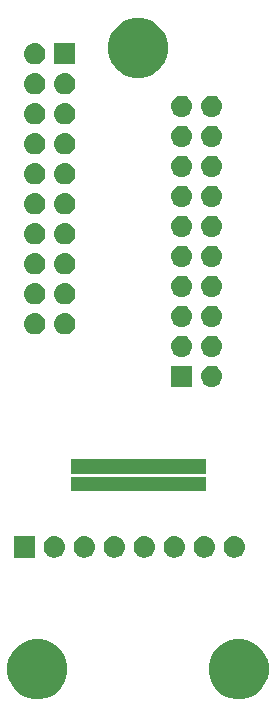
<source format=gbr>
G04 #@! TF.GenerationSoftware,KiCad,Pcbnew,(5.1.2)-1*
G04 #@! TF.CreationDate,2022-05-17T10:22:14-05:00*
G04 #@! TF.ProjectId,jtag_gpio_breakout,6a746167-5f67-4706-996f-5f627265616b,rev?*
G04 #@! TF.SameCoordinates,Original*
G04 #@! TF.FileFunction,Soldermask,Top*
G04 #@! TF.FilePolarity,Negative*
%FSLAX46Y46*%
G04 Gerber Fmt 4.6, Leading zero omitted, Abs format (unit mm)*
G04 Created by KiCad (PCBNEW (5.1.2)-1) date 2022-05-17 10:22:14*
%MOMM*%
%LPD*%
G04 APERTURE LIST*
%ADD10C,0.100000*%
G04 APERTURE END LIST*
D10*
G36*
X150770099Y-144347033D02*
G01*
X151234351Y-144539332D01*
X151234353Y-144539333D01*
X151652169Y-144818509D01*
X152007492Y-145173832D01*
X152286668Y-145591648D01*
X152286669Y-145591650D01*
X152478968Y-146055902D01*
X152577001Y-146548747D01*
X152577001Y-147051253D01*
X152478968Y-147544098D01*
X152286669Y-148008350D01*
X152286668Y-148008352D01*
X152007492Y-148426168D01*
X151652169Y-148781491D01*
X151234353Y-149060667D01*
X151234352Y-149060668D01*
X151234351Y-149060668D01*
X150770099Y-149252967D01*
X150277254Y-149351000D01*
X149774748Y-149351000D01*
X149281903Y-149252967D01*
X148817651Y-149060668D01*
X148817650Y-149060668D01*
X148817649Y-149060667D01*
X148399833Y-148781491D01*
X148044510Y-148426168D01*
X147765334Y-148008352D01*
X147765333Y-148008350D01*
X147573034Y-147544098D01*
X147475001Y-147051253D01*
X147475001Y-146548747D01*
X147573034Y-146055902D01*
X147765333Y-145591650D01*
X147765334Y-145591648D01*
X148044510Y-145173832D01*
X148399833Y-144818509D01*
X148817649Y-144539333D01*
X148817651Y-144539332D01*
X149281903Y-144347033D01*
X149774748Y-144249000D01*
X150277254Y-144249000D01*
X150770099Y-144347033D01*
X150770099Y-144347033D01*
G37*
G36*
X133718097Y-144347033D02*
G01*
X134182349Y-144539332D01*
X134182351Y-144539333D01*
X134600167Y-144818509D01*
X134955490Y-145173832D01*
X135234666Y-145591648D01*
X135234667Y-145591650D01*
X135426966Y-146055902D01*
X135524999Y-146548747D01*
X135524999Y-147051253D01*
X135426966Y-147544098D01*
X135234667Y-148008350D01*
X135234666Y-148008352D01*
X134955490Y-148426168D01*
X134600167Y-148781491D01*
X134182351Y-149060667D01*
X134182350Y-149060668D01*
X134182349Y-149060668D01*
X133718097Y-149252967D01*
X133225252Y-149351000D01*
X132722746Y-149351000D01*
X132229901Y-149252967D01*
X131765649Y-149060668D01*
X131765648Y-149060668D01*
X131765647Y-149060667D01*
X131347831Y-148781491D01*
X130992508Y-148426168D01*
X130713332Y-148008352D01*
X130713331Y-148008350D01*
X130521032Y-147544098D01*
X130422999Y-147051253D01*
X130422999Y-146548747D01*
X130521032Y-146055902D01*
X130713331Y-145591650D01*
X130713332Y-145591648D01*
X130992508Y-145173832D01*
X131347831Y-144818509D01*
X131765647Y-144539333D01*
X131765649Y-144539332D01*
X132229901Y-144347033D01*
X132722746Y-144249000D01*
X133225252Y-144249000D01*
X133718097Y-144347033D01*
X133718097Y-144347033D01*
G37*
G36*
X132771000Y-137351000D02*
G01*
X130969000Y-137351000D01*
X130969000Y-135549000D01*
X132771000Y-135549000D01*
X132771000Y-137351000D01*
X132771000Y-137351000D01*
G37*
G36*
X137060443Y-135555519D02*
G01*
X137126627Y-135562037D01*
X137296466Y-135613557D01*
X137452991Y-135697222D01*
X137488729Y-135726552D01*
X137590186Y-135809814D01*
X137673448Y-135911271D01*
X137702778Y-135947009D01*
X137786443Y-136103534D01*
X137837963Y-136273373D01*
X137855359Y-136450000D01*
X137837963Y-136626627D01*
X137786443Y-136796466D01*
X137702778Y-136952991D01*
X137673448Y-136988729D01*
X137590186Y-137090186D01*
X137488729Y-137173448D01*
X137452991Y-137202778D01*
X137296466Y-137286443D01*
X137126627Y-137337963D01*
X137060442Y-137344482D01*
X136994260Y-137351000D01*
X136905740Y-137351000D01*
X136839558Y-137344482D01*
X136773373Y-137337963D01*
X136603534Y-137286443D01*
X136447009Y-137202778D01*
X136411271Y-137173448D01*
X136309814Y-137090186D01*
X136226552Y-136988729D01*
X136197222Y-136952991D01*
X136113557Y-136796466D01*
X136062037Y-136626627D01*
X136044641Y-136450000D01*
X136062037Y-136273373D01*
X136113557Y-136103534D01*
X136197222Y-135947009D01*
X136226552Y-135911271D01*
X136309814Y-135809814D01*
X136411271Y-135726552D01*
X136447009Y-135697222D01*
X136603534Y-135613557D01*
X136773373Y-135562037D01*
X136839557Y-135555519D01*
X136905740Y-135549000D01*
X136994260Y-135549000D01*
X137060443Y-135555519D01*
X137060443Y-135555519D01*
G37*
G36*
X139600443Y-135555519D02*
G01*
X139666627Y-135562037D01*
X139836466Y-135613557D01*
X139992991Y-135697222D01*
X140028729Y-135726552D01*
X140130186Y-135809814D01*
X140213448Y-135911271D01*
X140242778Y-135947009D01*
X140326443Y-136103534D01*
X140377963Y-136273373D01*
X140395359Y-136450000D01*
X140377963Y-136626627D01*
X140326443Y-136796466D01*
X140242778Y-136952991D01*
X140213448Y-136988729D01*
X140130186Y-137090186D01*
X140028729Y-137173448D01*
X139992991Y-137202778D01*
X139836466Y-137286443D01*
X139666627Y-137337963D01*
X139600442Y-137344482D01*
X139534260Y-137351000D01*
X139445740Y-137351000D01*
X139379558Y-137344482D01*
X139313373Y-137337963D01*
X139143534Y-137286443D01*
X138987009Y-137202778D01*
X138951271Y-137173448D01*
X138849814Y-137090186D01*
X138766552Y-136988729D01*
X138737222Y-136952991D01*
X138653557Y-136796466D01*
X138602037Y-136626627D01*
X138584641Y-136450000D01*
X138602037Y-136273373D01*
X138653557Y-136103534D01*
X138737222Y-135947009D01*
X138766552Y-135911271D01*
X138849814Y-135809814D01*
X138951271Y-135726552D01*
X138987009Y-135697222D01*
X139143534Y-135613557D01*
X139313373Y-135562037D01*
X139379557Y-135555519D01*
X139445740Y-135549000D01*
X139534260Y-135549000D01*
X139600443Y-135555519D01*
X139600443Y-135555519D01*
G37*
G36*
X142140443Y-135555519D02*
G01*
X142206627Y-135562037D01*
X142376466Y-135613557D01*
X142532991Y-135697222D01*
X142568729Y-135726552D01*
X142670186Y-135809814D01*
X142753448Y-135911271D01*
X142782778Y-135947009D01*
X142866443Y-136103534D01*
X142917963Y-136273373D01*
X142935359Y-136450000D01*
X142917963Y-136626627D01*
X142866443Y-136796466D01*
X142782778Y-136952991D01*
X142753448Y-136988729D01*
X142670186Y-137090186D01*
X142568729Y-137173448D01*
X142532991Y-137202778D01*
X142376466Y-137286443D01*
X142206627Y-137337963D01*
X142140442Y-137344482D01*
X142074260Y-137351000D01*
X141985740Y-137351000D01*
X141919558Y-137344482D01*
X141853373Y-137337963D01*
X141683534Y-137286443D01*
X141527009Y-137202778D01*
X141491271Y-137173448D01*
X141389814Y-137090186D01*
X141306552Y-136988729D01*
X141277222Y-136952991D01*
X141193557Y-136796466D01*
X141142037Y-136626627D01*
X141124641Y-136450000D01*
X141142037Y-136273373D01*
X141193557Y-136103534D01*
X141277222Y-135947009D01*
X141306552Y-135911271D01*
X141389814Y-135809814D01*
X141491271Y-135726552D01*
X141527009Y-135697222D01*
X141683534Y-135613557D01*
X141853373Y-135562037D01*
X141919557Y-135555519D01*
X141985740Y-135549000D01*
X142074260Y-135549000D01*
X142140443Y-135555519D01*
X142140443Y-135555519D01*
G37*
G36*
X144680443Y-135555519D02*
G01*
X144746627Y-135562037D01*
X144916466Y-135613557D01*
X145072991Y-135697222D01*
X145108729Y-135726552D01*
X145210186Y-135809814D01*
X145293448Y-135911271D01*
X145322778Y-135947009D01*
X145406443Y-136103534D01*
X145457963Y-136273373D01*
X145475359Y-136450000D01*
X145457963Y-136626627D01*
X145406443Y-136796466D01*
X145322778Y-136952991D01*
X145293448Y-136988729D01*
X145210186Y-137090186D01*
X145108729Y-137173448D01*
X145072991Y-137202778D01*
X144916466Y-137286443D01*
X144746627Y-137337963D01*
X144680442Y-137344482D01*
X144614260Y-137351000D01*
X144525740Y-137351000D01*
X144459558Y-137344482D01*
X144393373Y-137337963D01*
X144223534Y-137286443D01*
X144067009Y-137202778D01*
X144031271Y-137173448D01*
X143929814Y-137090186D01*
X143846552Y-136988729D01*
X143817222Y-136952991D01*
X143733557Y-136796466D01*
X143682037Y-136626627D01*
X143664641Y-136450000D01*
X143682037Y-136273373D01*
X143733557Y-136103534D01*
X143817222Y-135947009D01*
X143846552Y-135911271D01*
X143929814Y-135809814D01*
X144031271Y-135726552D01*
X144067009Y-135697222D01*
X144223534Y-135613557D01*
X144393373Y-135562037D01*
X144459557Y-135555519D01*
X144525740Y-135549000D01*
X144614260Y-135549000D01*
X144680443Y-135555519D01*
X144680443Y-135555519D01*
G37*
G36*
X147220443Y-135555519D02*
G01*
X147286627Y-135562037D01*
X147456466Y-135613557D01*
X147612991Y-135697222D01*
X147648729Y-135726552D01*
X147750186Y-135809814D01*
X147833448Y-135911271D01*
X147862778Y-135947009D01*
X147946443Y-136103534D01*
X147997963Y-136273373D01*
X148015359Y-136450000D01*
X147997963Y-136626627D01*
X147946443Y-136796466D01*
X147862778Y-136952991D01*
X147833448Y-136988729D01*
X147750186Y-137090186D01*
X147648729Y-137173448D01*
X147612991Y-137202778D01*
X147456466Y-137286443D01*
X147286627Y-137337963D01*
X147220442Y-137344482D01*
X147154260Y-137351000D01*
X147065740Y-137351000D01*
X146999558Y-137344482D01*
X146933373Y-137337963D01*
X146763534Y-137286443D01*
X146607009Y-137202778D01*
X146571271Y-137173448D01*
X146469814Y-137090186D01*
X146386552Y-136988729D01*
X146357222Y-136952991D01*
X146273557Y-136796466D01*
X146222037Y-136626627D01*
X146204641Y-136450000D01*
X146222037Y-136273373D01*
X146273557Y-136103534D01*
X146357222Y-135947009D01*
X146386552Y-135911271D01*
X146469814Y-135809814D01*
X146571271Y-135726552D01*
X146607009Y-135697222D01*
X146763534Y-135613557D01*
X146933373Y-135562037D01*
X146999557Y-135555519D01*
X147065740Y-135549000D01*
X147154260Y-135549000D01*
X147220443Y-135555519D01*
X147220443Y-135555519D01*
G37*
G36*
X149760443Y-135555519D02*
G01*
X149826627Y-135562037D01*
X149996466Y-135613557D01*
X150152991Y-135697222D01*
X150188729Y-135726552D01*
X150290186Y-135809814D01*
X150373448Y-135911271D01*
X150402778Y-135947009D01*
X150486443Y-136103534D01*
X150537963Y-136273373D01*
X150555359Y-136450000D01*
X150537963Y-136626627D01*
X150486443Y-136796466D01*
X150402778Y-136952991D01*
X150373448Y-136988729D01*
X150290186Y-137090186D01*
X150188729Y-137173448D01*
X150152991Y-137202778D01*
X149996466Y-137286443D01*
X149826627Y-137337963D01*
X149760442Y-137344482D01*
X149694260Y-137351000D01*
X149605740Y-137351000D01*
X149539558Y-137344482D01*
X149473373Y-137337963D01*
X149303534Y-137286443D01*
X149147009Y-137202778D01*
X149111271Y-137173448D01*
X149009814Y-137090186D01*
X148926552Y-136988729D01*
X148897222Y-136952991D01*
X148813557Y-136796466D01*
X148762037Y-136626627D01*
X148744641Y-136450000D01*
X148762037Y-136273373D01*
X148813557Y-136103534D01*
X148897222Y-135947009D01*
X148926552Y-135911271D01*
X149009814Y-135809814D01*
X149111271Y-135726552D01*
X149147009Y-135697222D01*
X149303534Y-135613557D01*
X149473373Y-135562037D01*
X149539557Y-135555519D01*
X149605740Y-135549000D01*
X149694260Y-135549000D01*
X149760443Y-135555519D01*
X149760443Y-135555519D01*
G37*
G36*
X134520443Y-135555519D02*
G01*
X134586627Y-135562037D01*
X134756466Y-135613557D01*
X134912991Y-135697222D01*
X134948729Y-135726552D01*
X135050186Y-135809814D01*
X135133448Y-135911271D01*
X135162778Y-135947009D01*
X135246443Y-136103534D01*
X135297963Y-136273373D01*
X135315359Y-136450000D01*
X135297963Y-136626627D01*
X135246443Y-136796466D01*
X135162778Y-136952991D01*
X135133448Y-136988729D01*
X135050186Y-137090186D01*
X134948729Y-137173448D01*
X134912991Y-137202778D01*
X134756466Y-137286443D01*
X134586627Y-137337963D01*
X134520442Y-137344482D01*
X134454260Y-137351000D01*
X134365740Y-137351000D01*
X134299558Y-137344482D01*
X134233373Y-137337963D01*
X134063534Y-137286443D01*
X133907009Y-137202778D01*
X133871271Y-137173448D01*
X133769814Y-137090186D01*
X133686552Y-136988729D01*
X133657222Y-136952991D01*
X133573557Y-136796466D01*
X133522037Y-136626627D01*
X133504641Y-136450000D01*
X133522037Y-136273373D01*
X133573557Y-136103534D01*
X133657222Y-135947009D01*
X133686552Y-135911271D01*
X133769814Y-135809814D01*
X133871271Y-135726552D01*
X133907009Y-135697222D01*
X134063534Y-135613557D01*
X134233373Y-135562037D01*
X134299557Y-135555519D01*
X134365740Y-135549000D01*
X134454260Y-135549000D01*
X134520443Y-135555519D01*
X134520443Y-135555519D01*
G37*
G36*
X147266000Y-131741000D02*
G01*
X135832000Y-131741000D01*
X135832000Y-130539000D01*
X147266000Y-130539000D01*
X147266000Y-131741000D01*
X147266000Y-131741000D01*
G37*
G36*
X147264000Y-130241000D02*
G01*
X135832000Y-130241000D01*
X135832000Y-129039000D01*
X147264000Y-129039000D01*
X147264000Y-130241000D01*
X147264000Y-130241000D01*
G37*
G36*
X146091000Y-122901000D02*
G01*
X144289000Y-122901000D01*
X144289000Y-121099000D01*
X146091000Y-121099000D01*
X146091000Y-122901000D01*
X146091000Y-122901000D01*
G37*
G36*
X147840442Y-121105518D02*
G01*
X147906627Y-121112037D01*
X148076466Y-121163557D01*
X148232991Y-121247222D01*
X148268729Y-121276552D01*
X148370186Y-121359814D01*
X148453448Y-121461271D01*
X148482778Y-121497009D01*
X148566443Y-121653534D01*
X148617963Y-121823373D01*
X148635359Y-122000000D01*
X148617963Y-122176627D01*
X148566443Y-122346466D01*
X148482778Y-122502991D01*
X148453448Y-122538729D01*
X148370186Y-122640186D01*
X148268729Y-122723448D01*
X148232991Y-122752778D01*
X148076466Y-122836443D01*
X147906627Y-122887963D01*
X147840442Y-122894482D01*
X147774260Y-122901000D01*
X147685740Y-122901000D01*
X147619558Y-122894482D01*
X147553373Y-122887963D01*
X147383534Y-122836443D01*
X147227009Y-122752778D01*
X147191271Y-122723448D01*
X147089814Y-122640186D01*
X147006552Y-122538729D01*
X146977222Y-122502991D01*
X146893557Y-122346466D01*
X146842037Y-122176627D01*
X146824641Y-122000000D01*
X146842037Y-121823373D01*
X146893557Y-121653534D01*
X146977222Y-121497009D01*
X147006552Y-121461271D01*
X147089814Y-121359814D01*
X147191271Y-121276552D01*
X147227009Y-121247222D01*
X147383534Y-121163557D01*
X147553373Y-121112037D01*
X147619558Y-121105518D01*
X147685740Y-121099000D01*
X147774260Y-121099000D01*
X147840442Y-121105518D01*
X147840442Y-121105518D01*
G37*
G36*
X145300442Y-118565518D02*
G01*
X145366627Y-118572037D01*
X145536466Y-118623557D01*
X145692991Y-118707222D01*
X145728729Y-118736552D01*
X145830186Y-118819814D01*
X145913448Y-118921271D01*
X145942778Y-118957009D01*
X146026443Y-119113534D01*
X146077963Y-119283373D01*
X146095359Y-119460000D01*
X146077963Y-119636627D01*
X146026443Y-119806466D01*
X145942778Y-119962991D01*
X145913448Y-119998729D01*
X145830186Y-120100186D01*
X145728729Y-120183448D01*
X145692991Y-120212778D01*
X145536466Y-120296443D01*
X145366627Y-120347963D01*
X145300442Y-120354482D01*
X145234260Y-120361000D01*
X145145740Y-120361000D01*
X145079558Y-120354482D01*
X145013373Y-120347963D01*
X144843534Y-120296443D01*
X144687009Y-120212778D01*
X144651271Y-120183448D01*
X144549814Y-120100186D01*
X144466552Y-119998729D01*
X144437222Y-119962991D01*
X144353557Y-119806466D01*
X144302037Y-119636627D01*
X144284641Y-119460000D01*
X144302037Y-119283373D01*
X144353557Y-119113534D01*
X144437222Y-118957009D01*
X144466552Y-118921271D01*
X144549814Y-118819814D01*
X144651271Y-118736552D01*
X144687009Y-118707222D01*
X144843534Y-118623557D01*
X145013373Y-118572037D01*
X145079558Y-118565518D01*
X145145740Y-118559000D01*
X145234260Y-118559000D01*
X145300442Y-118565518D01*
X145300442Y-118565518D01*
G37*
G36*
X147840442Y-118565518D02*
G01*
X147906627Y-118572037D01*
X148076466Y-118623557D01*
X148232991Y-118707222D01*
X148268729Y-118736552D01*
X148370186Y-118819814D01*
X148453448Y-118921271D01*
X148482778Y-118957009D01*
X148566443Y-119113534D01*
X148617963Y-119283373D01*
X148635359Y-119460000D01*
X148617963Y-119636627D01*
X148566443Y-119806466D01*
X148482778Y-119962991D01*
X148453448Y-119998729D01*
X148370186Y-120100186D01*
X148268729Y-120183448D01*
X148232991Y-120212778D01*
X148076466Y-120296443D01*
X147906627Y-120347963D01*
X147840442Y-120354482D01*
X147774260Y-120361000D01*
X147685740Y-120361000D01*
X147619558Y-120354482D01*
X147553373Y-120347963D01*
X147383534Y-120296443D01*
X147227009Y-120212778D01*
X147191271Y-120183448D01*
X147089814Y-120100186D01*
X147006552Y-119998729D01*
X146977222Y-119962991D01*
X146893557Y-119806466D01*
X146842037Y-119636627D01*
X146824641Y-119460000D01*
X146842037Y-119283373D01*
X146893557Y-119113534D01*
X146977222Y-118957009D01*
X147006552Y-118921271D01*
X147089814Y-118819814D01*
X147191271Y-118736552D01*
X147227009Y-118707222D01*
X147383534Y-118623557D01*
X147553373Y-118572037D01*
X147619558Y-118565518D01*
X147685740Y-118559000D01*
X147774260Y-118559000D01*
X147840442Y-118565518D01*
X147840442Y-118565518D01*
G37*
G36*
X135410443Y-116665519D02*
G01*
X135476627Y-116672037D01*
X135646466Y-116723557D01*
X135802991Y-116807222D01*
X135838729Y-116836552D01*
X135940186Y-116919814D01*
X136023448Y-117021271D01*
X136052778Y-117057009D01*
X136136443Y-117213534D01*
X136187963Y-117383373D01*
X136205359Y-117560000D01*
X136187963Y-117736627D01*
X136136443Y-117906466D01*
X136052778Y-118062991D01*
X136023448Y-118098729D01*
X135940186Y-118200186D01*
X135838729Y-118283448D01*
X135802991Y-118312778D01*
X135646466Y-118396443D01*
X135476627Y-118447963D01*
X135410442Y-118454482D01*
X135344260Y-118461000D01*
X135255740Y-118461000D01*
X135189558Y-118454482D01*
X135123373Y-118447963D01*
X134953534Y-118396443D01*
X134797009Y-118312778D01*
X134761271Y-118283448D01*
X134659814Y-118200186D01*
X134576552Y-118098729D01*
X134547222Y-118062991D01*
X134463557Y-117906466D01*
X134412037Y-117736627D01*
X134394641Y-117560000D01*
X134412037Y-117383373D01*
X134463557Y-117213534D01*
X134547222Y-117057009D01*
X134576552Y-117021271D01*
X134659814Y-116919814D01*
X134761271Y-116836552D01*
X134797009Y-116807222D01*
X134953534Y-116723557D01*
X135123373Y-116672037D01*
X135189557Y-116665519D01*
X135255740Y-116659000D01*
X135344260Y-116659000D01*
X135410443Y-116665519D01*
X135410443Y-116665519D01*
G37*
G36*
X132870443Y-116665519D02*
G01*
X132936627Y-116672037D01*
X133106466Y-116723557D01*
X133262991Y-116807222D01*
X133298729Y-116836552D01*
X133400186Y-116919814D01*
X133483448Y-117021271D01*
X133512778Y-117057009D01*
X133596443Y-117213534D01*
X133647963Y-117383373D01*
X133665359Y-117560000D01*
X133647963Y-117736627D01*
X133596443Y-117906466D01*
X133512778Y-118062991D01*
X133483448Y-118098729D01*
X133400186Y-118200186D01*
X133298729Y-118283448D01*
X133262991Y-118312778D01*
X133106466Y-118396443D01*
X132936627Y-118447963D01*
X132870442Y-118454482D01*
X132804260Y-118461000D01*
X132715740Y-118461000D01*
X132649558Y-118454482D01*
X132583373Y-118447963D01*
X132413534Y-118396443D01*
X132257009Y-118312778D01*
X132221271Y-118283448D01*
X132119814Y-118200186D01*
X132036552Y-118098729D01*
X132007222Y-118062991D01*
X131923557Y-117906466D01*
X131872037Y-117736627D01*
X131854641Y-117560000D01*
X131872037Y-117383373D01*
X131923557Y-117213534D01*
X132007222Y-117057009D01*
X132036552Y-117021271D01*
X132119814Y-116919814D01*
X132221271Y-116836552D01*
X132257009Y-116807222D01*
X132413534Y-116723557D01*
X132583373Y-116672037D01*
X132649557Y-116665519D01*
X132715740Y-116659000D01*
X132804260Y-116659000D01*
X132870443Y-116665519D01*
X132870443Y-116665519D01*
G37*
G36*
X147840443Y-116025519D02*
G01*
X147906627Y-116032037D01*
X148076466Y-116083557D01*
X148232991Y-116167222D01*
X148268729Y-116196552D01*
X148370186Y-116279814D01*
X148453448Y-116381271D01*
X148482778Y-116417009D01*
X148566443Y-116573534D01*
X148617963Y-116743373D01*
X148635359Y-116920000D01*
X148617963Y-117096627D01*
X148566443Y-117266466D01*
X148482778Y-117422991D01*
X148453448Y-117458729D01*
X148370186Y-117560186D01*
X148268729Y-117643448D01*
X148232991Y-117672778D01*
X148076466Y-117756443D01*
X147906627Y-117807963D01*
X147840443Y-117814481D01*
X147774260Y-117821000D01*
X147685740Y-117821000D01*
X147619557Y-117814481D01*
X147553373Y-117807963D01*
X147383534Y-117756443D01*
X147227009Y-117672778D01*
X147191271Y-117643448D01*
X147089814Y-117560186D01*
X147006552Y-117458729D01*
X146977222Y-117422991D01*
X146893557Y-117266466D01*
X146842037Y-117096627D01*
X146824641Y-116920000D01*
X146842037Y-116743373D01*
X146893557Y-116573534D01*
X146977222Y-116417009D01*
X147006552Y-116381271D01*
X147089814Y-116279814D01*
X147191271Y-116196552D01*
X147227009Y-116167222D01*
X147383534Y-116083557D01*
X147553373Y-116032037D01*
X147619557Y-116025519D01*
X147685740Y-116019000D01*
X147774260Y-116019000D01*
X147840443Y-116025519D01*
X147840443Y-116025519D01*
G37*
G36*
X145300443Y-116025519D02*
G01*
X145366627Y-116032037D01*
X145536466Y-116083557D01*
X145692991Y-116167222D01*
X145728729Y-116196552D01*
X145830186Y-116279814D01*
X145913448Y-116381271D01*
X145942778Y-116417009D01*
X146026443Y-116573534D01*
X146077963Y-116743373D01*
X146095359Y-116920000D01*
X146077963Y-117096627D01*
X146026443Y-117266466D01*
X145942778Y-117422991D01*
X145913448Y-117458729D01*
X145830186Y-117560186D01*
X145728729Y-117643448D01*
X145692991Y-117672778D01*
X145536466Y-117756443D01*
X145366627Y-117807963D01*
X145300443Y-117814481D01*
X145234260Y-117821000D01*
X145145740Y-117821000D01*
X145079557Y-117814481D01*
X145013373Y-117807963D01*
X144843534Y-117756443D01*
X144687009Y-117672778D01*
X144651271Y-117643448D01*
X144549814Y-117560186D01*
X144466552Y-117458729D01*
X144437222Y-117422991D01*
X144353557Y-117266466D01*
X144302037Y-117096627D01*
X144284641Y-116920000D01*
X144302037Y-116743373D01*
X144353557Y-116573534D01*
X144437222Y-116417009D01*
X144466552Y-116381271D01*
X144549814Y-116279814D01*
X144651271Y-116196552D01*
X144687009Y-116167222D01*
X144843534Y-116083557D01*
X145013373Y-116032037D01*
X145079557Y-116025519D01*
X145145740Y-116019000D01*
X145234260Y-116019000D01*
X145300443Y-116025519D01*
X145300443Y-116025519D01*
G37*
G36*
X132870443Y-114125519D02*
G01*
X132936627Y-114132037D01*
X133106466Y-114183557D01*
X133262991Y-114267222D01*
X133298729Y-114296552D01*
X133400186Y-114379814D01*
X133483448Y-114481271D01*
X133512778Y-114517009D01*
X133596443Y-114673534D01*
X133647963Y-114843373D01*
X133665359Y-115020000D01*
X133647963Y-115196627D01*
X133596443Y-115366466D01*
X133512778Y-115522991D01*
X133483448Y-115558729D01*
X133400186Y-115660186D01*
X133298729Y-115743448D01*
X133262991Y-115772778D01*
X133106466Y-115856443D01*
X132936627Y-115907963D01*
X132870443Y-115914481D01*
X132804260Y-115921000D01*
X132715740Y-115921000D01*
X132649557Y-115914481D01*
X132583373Y-115907963D01*
X132413534Y-115856443D01*
X132257009Y-115772778D01*
X132221271Y-115743448D01*
X132119814Y-115660186D01*
X132036552Y-115558729D01*
X132007222Y-115522991D01*
X131923557Y-115366466D01*
X131872037Y-115196627D01*
X131854641Y-115020000D01*
X131872037Y-114843373D01*
X131923557Y-114673534D01*
X132007222Y-114517009D01*
X132036552Y-114481271D01*
X132119814Y-114379814D01*
X132221271Y-114296552D01*
X132257009Y-114267222D01*
X132413534Y-114183557D01*
X132583373Y-114132037D01*
X132649557Y-114125519D01*
X132715740Y-114119000D01*
X132804260Y-114119000D01*
X132870443Y-114125519D01*
X132870443Y-114125519D01*
G37*
G36*
X135410443Y-114125519D02*
G01*
X135476627Y-114132037D01*
X135646466Y-114183557D01*
X135802991Y-114267222D01*
X135838729Y-114296552D01*
X135940186Y-114379814D01*
X136023448Y-114481271D01*
X136052778Y-114517009D01*
X136136443Y-114673534D01*
X136187963Y-114843373D01*
X136205359Y-115020000D01*
X136187963Y-115196627D01*
X136136443Y-115366466D01*
X136052778Y-115522991D01*
X136023448Y-115558729D01*
X135940186Y-115660186D01*
X135838729Y-115743448D01*
X135802991Y-115772778D01*
X135646466Y-115856443D01*
X135476627Y-115907963D01*
X135410443Y-115914481D01*
X135344260Y-115921000D01*
X135255740Y-115921000D01*
X135189557Y-115914481D01*
X135123373Y-115907963D01*
X134953534Y-115856443D01*
X134797009Y-115772778D01*
X134761271Y-115743448D01*
X134659814Y-115660186D01*
X134576552Y-115558729D01*
X134547222Y-115522991D01*
X134463557Y-115366466D01*
X134412037Y-115196627D01*
X134394641Y-115020000D01*
X134412037Y-114843373D01*
X134463557Y-114673534D01*
X134547222Y-114517009D01*
X134576552Y-114481271D01*
X134659814Y-114379814D01*
X134761271Y-114296552D01*
X134797009Y-114267222D01*
X134953534Y-114183557D01*
X135123373Y-114132037D01*
X135189557Y-114125519D01*
X135255740Y-114119000D01*
X135344260Y-114119000D01*
X135410443Y-114125519D01*
X135410443Y-114125519D01*
G37*
G36*
X147840443Y-113485519D02*
G01*
X147906627Y-113492037D01*
X148076466Y-113543557D01*
X148232991Y-113627222D01*
X148268729Y-113656552D01*
X148370186Y-113739814D01*
X148453448Y-113841271D01*
X148482778Y-113877009D01*
X148566443Y-114033534D01*
X148617963Y-114203373D01*
X148635359Y-114380000D01*
X148617963Y-114556627D01*
X148566443Y-114726466D01*
X148482778Y-114882991D01*
X148453448Y-114918729D01*
X148370186Y-115020186D01*
X148268729Y-115103448D01*
X148232991Y-115132778D01*
X148076466Y-115216443D01*
X147906627Y-115267963D01*
X147840442Y-115274482D01*
X147774260Y-115281000D01*
X147685740Y-115281000D01*
X147619558Y-115274482D01*
X147553373Y-115267963D01*
X147383534Y-115216443D01*
X147227009Y-115132778D01*
X147191271Y-115103448D01*
X147089814Y-115020186D01*
X147006552Y-114918729D01*
X146977222Y-114882991D01*
X146893557Y-114726466D01*
X146842037Y-114556627D01*
X146824641Y-114380000D01*
X146842037Y-114203373D01*
X146893557Y-114033534D01*
X146977222Y-113877009D01*
X147006552Y-113841271D01*
X147089814Y-113739814D01*
X147191271Y-113656552D01*
X147227009Y-113627222D01*
X147383534Y-113543557D01*
X147553373Y-113492037D01*
X147619557Y-113485519D01*
X147685740Y-113479000D01*
X147774260Y-113479000D01*
X147840443Y-113485519D01*
X147840443Y-113485519D01*
G37*
G36*
X145300443Y-113485519D02*
G01*
X145366627Y-113492037D01*
X145536466Y-113543557D01*
X145692991Y-113627222D01*
X145728729Y-113656552D01*
X145830186Y-113739814D01*
X145913448Y-113841271D01*
X145942778Y-113877009D01*
X146026443Y-114033534D01*
X146077963Y-114203373D01*
X146095359Y-114380000D01*
X146077963Y-114556627D01*
X146026443Y-114726466D01*
X145942778Y-114882991D01*
X145913448Y-114918729D01*
X145830186Y-115020186D01*
X145728729Y-115103448D01*
X145692991Y-115132778D01*
X145536466Y-115216443D01*
X145366627Y-115267963D01*
X145300442Y-115274482D01*
X145234260Y-115281000D01*
X145145740Y-115281000D01*
X145079558Y-115274482D01*
X145013373Y-115267963D01*
X144843534Y-115216443D01*
X144687009Y-115132778D01*
X144651271Y-115103448D01*
X144549814Y-115020186D01*
X144466552Y-114918729D01*
X144437222Y-114882991D01*
X144353557Y-114726466D01*
X144302037Y-114556627D01*
X144284641Y-114380000D01*
X144302037Y-114203373D01*
X144353557Y-114033534D01*
X144437222Y-113877009D01*
X144466552Y-113841271D01*
X144549814Y-113739814D01*
X144651271Y-113656552D01*
X144687009Y-113627222D01*
X144843534Y-113543557D01*
X145013373Y-113492037D01*
X145079557Y-113485519D01*
X145145740Y-113479000D01*
X145234260Y-113479000D01*
X145300443Y-113485519D01*
X145300443Y-113485519D01*
G37*
G36*
X132870443Y-111585519D02*
G01*
X132936627Y-111592037D01*
X133106466Y-111643557D01*
X133262991Y-111727222D01*
X133298729Y-111756552D01*
X133400186Y-111839814D01*
X133483448Y-111941271D01*
X133512778Y-111977009D01*
X133596443Y-112133534D01*
X133647963Y-112303373D01*
X133665359Y-112480000D01*
X133647963Y-112656627D01*
X133596443Y-112826466D01*
X133512778Y-112982991D01*
X133483448Y-113018729D01*
X133400186Y-113120186D01*
X133298729Y-113203448D01*
X133262991Y-113232778D01*
X133106466Y-113316443D01*
X132936627Y-113367963D01*
X132870443Y-113374481D01*
X132804260Y-113381000D01*
X132715740Y-113381000D01*
X132649557Y-113374481D01*
X132583373Y-113367963D01*
X132413534Y-113316443D01*
X132257009Y-113232778D01*
X132221271Y-113203448D01*
X132119814Y-113120186D01*
X132036552Y-113018729D01*
X132007222Y-112982991D01*
X131923557Y-112826466D01*
X131872037Y-112656627D01*
X131854641Y-112480000D01*
X131872037Y-112303373D01*
X131923557Y-112133534D01*
X132007222Y-111977009D01*
X132036552Y-111941271D01*
X132119814Y-111839814D01*
X132221271Y-111756552D01*
X132257009Y-111727222D01*
X132413534Y-111643557D01*
X132583373Y-111592037D01*
X132649557Y-111585519D01*
X132715740Y-111579000D01*
X132804260Y-111579000D01*
X132870443Y-111585519D01*
X132870443Y-111585519D01*
G37*
G36*
X135410443Y-111585519D02*
G01*
X135476627Y-111592037D01*
X135646466Y-111643557D01*
X135802991Y-111727222D01*
X135838729Y-111756552D01*
X135940186Y-111839814D01*
X136023448Y-111941271D01*
X136052778Y-111977009D01*
X136136443Y-112133534D01*
X136187963Y-112303373D01*
X136205359Y-112480000D01*
X136187963Y-112656627D01*
X136136443Y-112826466D01*
X136052778Y-112982991D01*
X136023448Y-113018729D01*
X135940186Y-113120186D01*
X135838729Y-113203448D01*
X135802991Y-113232778D01*
X135646466Y-113316443D01*
X135476627Y-113367963D01*
X135410443Y-113374481D01*
X135344260Y-113381000D01*
X135255740Y-113381000D01*
X135189557Y-113374481D01*
X135123373Y-113367963D01*
X134953534Y-113316443D01*
X134797009Y-113232778D01*
X134761271Y-113203448D01*
X134659814Y-113120186D01*
X134576552Y-113018729D01*
X134547222Y-112982991D01*
X134463557Y-112826466D01*
X134412037Y-112656627D01*
X134394641Y-112480000D01*
X134412037Y-112303373D01*
X134463557Y-112133534D01*
X134547222Y-111977009D01*
X134576552Y-111941271D01*
X134659814Y-111839814D01*
X134761271Y-111756552D01*
X134797009Y-111727222D01*
X134953534Y-111643557D01*
X135123373Y-111592037D01*
X135189557Y-111585519D01*
X135255740Y-111579000D01*
X135344260Y-111579000D01*
X135410443Y-111585519D01*
X135410443Y-111585519D01*
G37*
G36*
X145300442Y-110945518D02*
G01*
X145366627Y-110952037D01*
X145536466Y-111003557D01*
X145692991Y-111087222D01*
X145728729Y-111116552D01*
X145830186Y-111199814D01*
X145913448Y-111301271D01*
X145942778Y-111337009D01*
X146026443Y-111493534D01*
X146077963Y-111663373D01*
X146095359Y-111840000D01*
X146077963Y-112016627D01*
X146026443Y-112186466D01*
X145942778Y-112342991D01*
X145913448Y-112378729D01*
X145830186Y-112480186D01*
X145728729Y-112563448D01*
X145692991Y-112592778D01*
X145536466Y-112676443D01*
X145366627Y-112727963D01*
X145300443Y-112734481D01*
X145234260Y-112741000D01*
X145145740Y-112741000D01*
X145079557Y-112734481D01*
X145013373Y-112727963D01*
X144843534Y-112676443D01*
X144687009Y-112592778D01*
X144651271Y-112563448D01*
X144549814Y-112480186D01*
X144466552Y-112378729D01*
X144437222Y-112342991D01*
X144353557Y-112186466D01*
X144302037Y-112016627D01*
X144284641Y-111840000D01*
X144302037Y-111663373D01*
X144353557Y-111493534D01*
X144437222Y-111337009D01*
X144466552Y-111301271D01*
X144549814Y-111199814D01*
X144651271Y-111116552D01*
X144687009Y-111087222D01*
X144843534Y-111003557D01*
X145013373Y-110952037D01*
X145079558Y-110945518D01*
X145145740Y-110939000D01*
X145234260Y-110939000D01*
X145300442Y-110945518D01*
X145300442Y-110945518D01*
G37*
G36*
X147840442Y-110945518D02*
G01*
X147906627Y-110952037D01*
X148076466Y-111003557D01*
X148232991Y-111087222D01*
X148268729Y-111116552D01*
X148370186Y-111199814D01*
X148453448Y-111301271D01*
X148482778Y-111337009D01*
X148566443Y-111493534D01*
X148617963Y-111663373D01*
X148635359Y-111840000D01*
X148617963Y-112016627D01*
X148566443Y-112186466D01*
X148482778Y-112342991D01*
X148453448Y-112378729D01*
X148370186Y-112480186D01*
X148268729Y-112563448D01*
X148232991Y-112592778D01*
X148076466Y-112676443D01*
X147906627Y-112727963D01*
X147840443Y-112734481D01*
X147774260Y-112741000D01*
X147685740Y-112741000D01*
X147619557Y-112734481D01*
X147553373Y-112727963D01*
X147383534Y-112676443D01*
X147227009Y-112592778D01*
X147191271Y-112563448D01*
X147089814Y-112480186D01*
X147006552Y-112378729D01*
X146977222Y-112342991D01*
X146893557Y-112186466D01*
X146842037Y-112016627D01*
X146824641Y-111840000D01*
X146842037Y-111663373D01*
X146893557Y-111493534D01*
X146977222Y-111337009D01*
X147006552Y-111301271D01*
X147089814Y-111199814D01*
X147191271Y-111116552D01*
X147227009Y-111087222D01*
X147383534Y-111003557D01*
X147553373Y-110952037D01*
X147619558Y-110945518D01*
X147685740Y-110939000D01*
X147774260Y-110939000D01*
X147840442Y-110945518D01*
X147840442Y-110945518D01*
G37*
G36*
X135410442Y-109045518D02*
G01*
X135476627Y-109052037D01*
X135646466Y-109103557D01*
X135802991Y-109187222D01*
X135838729Y-109216552D01*
X135940186Y-109299814D01*
X136023448Y-109401271D01*
X136052778Y-109437009D01*
X136136443Y-109593534D01*
X136187963Y-109763373D01*
X136205359Y-109940000D01*
X136187963Y-110116627D01*
X136136443Y-110286466D01*
X136052778Y-110442991D01*
X136023448Y-110478729D01*
X135940186Y-110580186D01*
X135838729Y-110663448D01*
X135802991Y-110692778D01*
X135646466Y-110776443D01*
X135476627Y-110827963D01*
X135410443Y-110834481D01*
X135344260Y-110841000D01*
X135255740Y-110841000D01*
X135189557Y-110834481D01*
X135123373Y-110827963D01*
X134953534Y-110776443D01*
X134797009Y-110692778D01*
X134761271Y-110663448D01*
X134659814Y-110580186D01*
X134576552Y-110478729D01*
X134547222Y-110442991D01*
X134463557Y-110286466D01*
X134412037Y-110116627D01*
X134394641Y-109940000D01*
X134412037Y-109763373D01*
X134463557Y-109593534D01*
X134547222Y-109437009D01*
X134576552Y-109401271D01*
X134659814Y-109299814D01*
X134761271Y-109216552D01*
X134797009Y-109187222D01*
X134953534Y-109103557D01*
X135123373Y-109052037D01*
X135189558Y-109045518D01*
X135255740Y-109039000D01*
X135344260Y-109039000D01*
X135410442Y-109045518D01*
X135410442Y-109045518D01*
G37*
G36*
X132870442Y-109045518D02*
G01*
X132936627Y-109052037D01*
X133106466Y-109103557D01*
X133262991Y-109187222D01*
X133298729Y-109216552D01*
X133400186Y-109299814D01*
X133483448Y-109401271D01*
X133512778Y-109437009D01*
X133596443Y-109593534D01*
X133647963Y-109763373D01*
X133665359Y-109940000D01*
X133647963Y-110116627D01*
X133596443Y-110286466D01*
X133512778Y-110442991D01*
X133483448Y-110478729D01*
X133400186Y-110580186D01*
X133298729Y-110663448D01*
X133262991Y-110692778D01*
X133106466Y-110776443D01*
X132936627Y-110827963D01*
X132870443Y-110834481D01*
X132804260Y-110841000D01*
X132715740Y-110841000D01*
X132649557Y-110834481D01*
X132583373Y-110827963D01*
X132413534Y-110776443D01*
X132257009Y-110692778D01*
X132221271Y-110663448D01*
X132119814Y-110580186D01*
X132036552Y-110478729D01*
X132007222Y-110442991D01*
X131923557Y-110286466D01*
X131872037Y-110116627D01*
X131854641Y-109940000D01*
X131872037Y-109763373D01*
X131923557Y-109593534D01*
X132007222Y-109437009D01*
X132036552Y-109401271D01*
X132119814Y-109299814D01*
X132221271Y-109216552D01*
X132257009Y-109187222D01*
X132413534Y-109103557D01*
X132583373Y-109052037D01*
X132649558Y-109045518D01*
X132715740Y-109039000D01*
X132804260Y-109039000D01*
X132870442Y-109045518D01*
X132870442Y-109045518D01*
G37*
G36*
X147840442Y-108405518D02*
G01*
X147906627Y-108412037D01*
X148076466Y-108463557D01*
X148232991Y-108547222D01*
X148268729Y-108576552D01*
X148370186Y-108659814D01*
X148453448Y-108761271D01*
X148482778Y-108797009D01*
X148566443Y-108953534D01*
X148617963Y-109123373D01*
X148635359Y-109300000D01*
X148617963Y-109476627D01*
X148566443Y-109646466D01*
X148482778Y-109802991D01*
X148453448Y-109838729D01*
X148370186Y-109940186D01*
X148268729Y-110023448D01*
X148232991Y-110052778D01*
X148076466Y-110136443D01*
X147906627Y-110187963D01*
X147840443Y-110194481D01*
X147774260Y-110201000D01*
X147685740Y-110201000D01*
X147619557Y-110194481D01*
X147553373Y-110187963D01*
X147383534Y-110136443D01*
X147227009Y-110052778D01*
X147191271Y-110023448D01*
X147089814Y-109940186D01*
X147006552Y-109838729D01*
X146977222Y-109802991D01*
X146893557Y-109646466D01*
X146842037Y-109476627D01*
X146824641Y-109300000D01*
X146842037Y-109123373D01*
X146893557Y-108953534D01*
X146977222Y-108797009D01*
X147006552Y-108761271D01*
X147089814Y-108659814D01*
X147191271Y-108576552D01*
X147227009Y-108547222D01*
X147383534Y-108463557D01*
X147553373Y-108412037D01*
X147619558Y-108405518D01*
X147685740Y-108399000D01*
X147774260Y-108399000D01*
X147840442Y-108405518D01*
X147840442Y-108405518D01*
G37*
G36*
X145300442Y-108405518D02*
G01*
X145366627Y-108412037D01*
X145536466Y-108463557D01*
X145692991Y-108547222D01*
X145728729Y-108576552D01*
X145830186Y-108659814D01*
X145913448Y-108761271D01*
X145942778Y-108797009D01*
X146026443Y-108953534D01*
X146077963Y-109123373D01*
X146095359Y-109300000D01*
X146077963Y-109476627D01*
X146026443Y-109646466D01*
X145942778Y-109802991D01*
X145913448Y-109838729D01*
X145830186Y-109940186D01*
X145728729Y-110023448D01*
X145692991Y-110052778D01*
X145536466Y-110136443D01*
X145366627Y-110187963D01*
X145300443Y-110194481D01*
X145234260Y-110201000D01*
X145145740Y-110201000D01*
X145079557Y-110194481D01*
X145013373Y-110187963D01*
X144843534Y-110136443D01*
X144687009Y-110052778D01*
X144651271Y-110023448D01*
X144549814Y-109940186D01*
X144466552Y-109838729D01*
X144437222Y-109802991D01*
X144353557Y-109646466D01*
X144302037Y-109476627D01*
X144284641Y-109300000D01*
X144302037Y-109123373D01*
X144353557Y-108953534D01*
X144437222Y-108797009D01*
X144466552Y-108761271D01*
X144549814Y-108659814D01*
X144651271Y-108576552D01*
X144687009Y-108547222D01*
X144843534Y-108463557D01*
X145013373Y-108412037D01*
X145079558Y-108405518D01*
X145145740Y-108399000D01*
X145234260Y-108399000D01*
X145300442Y-108405518D01*
X145300442Y-108405518D01*
G37*
G36*
X132870442Y-106505518D02*
G01*
X132936627Y-106512037D01*
X133106466Y-106563557D01*
X133262991Y-106647222D01*
X133298729Y-106676552D01*
X133400186Y-106759814D01*
X133483448Y-106861271D01*
X133512778Y-106897009D01*
X133596443Y-107053534D01*
X133647963Y-107223373D01*
X133665359Y-107400000D01*
X133647963Y-107576627D01*
X133596443Y-107746466D01*
X133512778Y-107902991D01*
X133483448Y-107938729D01*
X133400186Y-108040186D01*
X133298729Y-108123448D01*
X133262991Y-108152778D01*
X133106466Y-108236443D01*
X132936627Y-108287963D01*
X132870443Y-108294481D01*
X132804260Y-108301000D01*
X132715740Y-108301000D01*
X132649557Y-108294481D01*
X132583373Y-108287963D01*
X132413534Y-108236443D01*
X132257009Y-108152778D01*
X132221271Y-108123448D01*
X132119814Y-108040186D01*
X132036552Y-107938729D01*
X132007222Y-107902991D01*
X131923557Y-107746466D01*
X131872037Y-107576627D01*
X131854641Y-107400000D01*
X131872037Y-107223373D01*
X131923557Y-107053534D01*
X132007222Y-106897009D01*
X132036552Y-106861271D01*
X132119814Y-106759814D01*
X132221271Y-106676552D01*
X132257009Y-106647222D01*
X132413534Y-106563557D01*
X132583373Y-106512037D01*
X132649558Y-106505518D01*
X132715740Y-106499000D01*
X132804260Y-106499000D01*
X132870442Y-106505518D01*
X132870442Y-106505518D01*
G37*
G36*
X135410442Y-106505518D02*
G01*
X135476627Y-106512037D01*
X135646466Y-106563557D01*
X135802991Y-106647222D01*
X135838729Y-106676552D01*
X135940186Y-106759814D01*
X136023448Y-106861271D01*
X136052778Y-106897009D01*
X136136443Y-107053534D01*
X136187963Y-107223373D01*
X136205359Y-107400000D01*
X136187963Y-107576627D01*
X136136443Y-107746466D01*
X136052778Y-107902991D01*
X136023448Y-107938729D01*
X135940186Y-108040186D01*
X135838729Y-108123448D01*
X135802991Y-108152778D01*
X135646466Y-108236443D01*
X135476627Y-108287963D01*
X135410443Y-108294481D01*
X135344260Y-108301000D01*
X135255740Y-108301000D01*
X135189557Y-108294481D01*
X135123373Y-108287963D01*
X134953534Y-108236443D01*
X134797009Y-108152778D01*
X134761271Y-108123448D01*
X134659814Y-108040186D01*
X134576552Y-107938729D01*
X134547222Y-107902991D01*
X134463557Y-107746466D01*
X134412037Y-107576627D01*
X134394641Y-107400000D01*
X134412037Y-107223373D01*
X134463557Y-107053534D01*
X134547222Y-106897009D01*
X134576552Y-106861271D01*
X134659814Y-106759814D01*
X134761271Y-106676552D01*
X134797009Y-106647222D01*
X134953534Y-106563557D01*
X135123373Y-106512037D01*
X135189558Y-106505518D01*
X135255740Y-106499000D01*
X135344260Y-106499000D01*
X135410442Y-106505518D01*
X135410442Y-106505518D01*
G37*
G36*
X147840442Y-105865518D02*
G01*
X147906627Y-105872037D01*
X148076466Y-105923557D01*
X148232991Y-106007222D01*
X148268729Y-106036552D01*
X148370186Y-106119814D01*
X148453448Y-106221271D01*
X148482778Y-106257009D01*
X148566443Y-106413534D01*
X148617963Y-106583373D01*
X148635359Y-106760000D01*
X148617963Y-106936627D01*
X148566443Y-107106466D01*
X148482778Y-107262991D01*
X148453448Y-107298729D01*
X148370186Y-107400186D01*
X148268729Y-107483448D01*
X148232991Y-107512778D01*
X148076466Y-107596443D01*
X147906627Y-107647963D01*
X147840442Y-107654482D01*
X147774260Y-107661000D01*
X147685740Y-107661000D01*
X147619558Y-107654482D01*
X147553373Y-107647963D01*
X147383534Y-107596443D01*
X147227009Y-107512778D01*
X147191271Y-107483448D01*
X147089814Y-107400186D01*
X147006552Y-107298729D01*
X146977222Y-107262991D01*
X146893557Y-107106466D01*
X146842037Y-106936627D01*
X146824641Y-106760000D01*
X146842037Y-106583373D01*
X146893557Y-106413534D01*
X146977222Y-106257009D01*
X147006552Y-106221271D01*
X147089814Y-106119814D01*
X147191271Y-106036552D01*
X147227009Y-106007222D01*
X147383534Y-105923557D01*
X147553373Y-105872037D01*
X147619558Y-105865518D01*
X147685740Y-105859000D01*
X147774260Y-105859000D01*
X147840442Y-105865518D01*
X147840442Y-105865518D01*
G37*
G36*
X145300442Y-105865518D02*
G01*
X145366627Y-105872037D01*
X145536466Y-105923557D01*
X145692991Y-106007222D01*
X145728729Y-106036552D01*
X145830186Y-106119814D01*
X145913448Y-106221271D01*
X145942778Y-106257009D01*
X146026443Y-106413534D01*
X146077963Y-106583373D01*
X146095359Y-106760000D01*
X146077963Y-106936627D01*
X146026443Y-107106466D01*
X145942778Y-107262991D01*
X145913448Y-107298729D01*
X145830186Y-107400186D01*
X145728729Y-107483448D01*
X145692991Y-107512778D01*
X145536466Y-107596443D01*
X145366627Y-107647963D01*
X145300442Y-107654482D01*
X145234260Y-107661000D01*
X145145740Y-107661000D01*
X145079558Y-107654482D01*
X145013373Y-107647963D01*
X144843534Y-107596443D01*
X144687009Y-107512778D01*
X144651271Y-107483448D01*
X144549814Y-107400186D01*
X144466552Y-107298729D01*
X144437222Y-107262991D01*
X144353557Y-107106466D01*
X144302037Y-106936627D01*
X144284641Y-106760000D01*
X144302037Y-106583373D01*
X144353557Y-106413534D01*
X144437222Y-106257009D01*
X144466552Y-106221271D01*
X144549814Y-106119814D01*
X144651271Y-106036552D01*
X144687009Y-106007222D01*
X144843534Y-105923557D01*
X145013373Y-105872037D01*
X145079558Y-105865518D01*
X145145740Y-105859000D01*
X145234260Y-105859000D01*
X145300442Y-105865518D01*
X145300442Y-105865518D01*
G37*
G36*
X132870443Y-103965519D02*
G01*
X132936627Y-103972037D01*
X133106466Y-104023557D01*
X133262991Y-104107222D01*
X133298729Y-104136552D01*
X133400186Y-104219814D01*
X133483448Y-104321271D01*
X133512778Y-104357009D01*
X133596443Y-104513534D01*
X133647963Y-104683373D01*
X133665359Y-104860000D01*
X133647963Y-105036627D01*
X133596443Y-105206466D01*
X133512778Y-105362991D01*
X133483448Y-105398729D01*
X133400186Y-105500186D01*
X133298729Y-105583448D01*
X133262991Y-105612778D01*
X133106466Y-105696443D01*
X132936627Y-105747963D01*
X132870442Y-105754482D01*
X132804260Y-105761000D01*
X132715740Y-105761000D01*
X132649558Y-105754482D01*
X132583373Y-105747963D01*
X132413534Y-105696443D01*
X132257009Y-105612778D01*
X132221271Y-105583448D01*
X132119814Y-105500186D01*
X132036552Y-105398729D01*
X132007222Y-105362991D01*
X131923557Y-105206466D01*
X131872037Y-105036627D01*
X131854641Y-104860000D01*
X131872037Y-104683373D01*
X131923557Y-104513534D01*
X132007222Y-104357009D01*
X132036552Y-104321271D01*
X132119814Y-104219814D01*
X132221271Y-104136552D01*
X132257009Y-104107222D01*
X132413534Y-104023557D01*
X132583373Y-103972037D01*
X132649557Y-103965519D01*
X132715740Y-103959000D01*
X132804260Y-103959000D01*
X132870443Y-103965519D01*
X132870443Y-103965519D01*
G37*
G36*
X135410443Y-103965519D02*
G01*
X135476627Y-103972037D01*
X135646466Y-104023557D01*
X135802991Y-104107222D01*
X135838729Y-104136552D01*
X135940186Y-104219814D01*
X136023448Y-104321271D01*
X136052778Y-104357009D01*
X136136443Y-104513534D01*
X136187963Y-104683373D01*
X136205359Y-104860000D01*
X136187963Y-105036627D01*
X136136443Y-105206466D01*
X136052778Y-105362991D01*
X136023448Y-105398729D01*
X135940186Y-105500186D01*
X135838729Y-105583448D01*
X135802991Y-105612778D01*
X135646466Y-105696443D01*
X135476627Y-105747963D01*
X135410442Y-105754482D01*
X135344260Y-105761000D01*
X135255740Y-105761000D01*
X135189558Y-105754482D01*
X135123373Y-105747963D01*
X134953534Y-105696443D01*
X134797009Y-105612778D01*
X134761271Y-105583448D01*
X134659814Y-105500186D01*
X134576552Y-105398729D01*
X134547222Y-105362991D01*
X134463557Y-105206466D01*
X134412037Y-105036627D01*
X134394641Y-104860000D01*
X134412037Y-104683373D01*
X134463557Y-104513534D01*
X134547222Y-104357009D01*
X134576552Y-104321271D01*
X134659814Y-104219814D01*
X134761271Y-104136552D01*
X134797009Y-104107222D01*
X134953534Y-104023557D01*
X135123373Y-103972037D01*
X135189557Y-103965519D01*
X135255740Y-103959000D01*
X135344260Y-103959000D01*
X135410443Y-103965519D01*
X135410443Y-103965519D01*
G37*
G36*
X145300443Y-103325519D02*
G01*
X145366627Y-103332037D01*
X145536466Y-103383557D01*
X145692991Y-103467222D01*
X145728729Y-103496552D01*
X145830186Y-103579814D01*
X145913448Y-103681271D01*
X145942778Y-103717009D01*
X146026443Y-103873534D01*
X146077963Y-104043373D01*
X146095359Y-104220000D01*
X146077963Y-104396627D01*
X146026443Y-104566466D01*
X145942778Y-104722991D01*
X145913448Y-104758729D01*
X145830186Y-104860186D01*
X145728729Y-104943448D01*
X145692991Y-104972778D01*
X145536466Y-105056443D01*
X145366627Y-105107963D01*
X145300443Y-105114481D01*
X145234260Y-105121000D01*
X145145740Y-105121000D01*
X145079558Y-105114482D01*
X145013373Y-105107963D01*
X144843534Y-105056443D01*
X144687009Y-104972778D01*
X144651271Y-104943448D01*
X144549814Y-104860186D01*
X144466552Y-104758729D01*
X144437222Y-104722991D01*
X144353557Y-104566466D01*
X144302037Y-104396627D01*
X144284641Y-104220000D01*
X144302037Y-104043373D01*
X144353557Y-103873534D01*
X144437222Y-103717009D01*
X144466552Y-103681271D01*
X144549814Y-103579814D01*
X144651271Y-103496552D01*
X144687009Y-103467222D01*
X144843534Y-103383557D01*
X145013373Y-103332037D01*
X145079557Y-103325519D01*
X145145740Y-103319000D01*
X145234260Y-103319000D01*
X145300443Y-103325519D01*
X145300443Y-103325519D01*
G37*
G36*
X147840443Y-103325519D02*
G01*
X147906627Y-103332037D01*
X148076466Y-103383557D01*
X148232991Y-103467222D01*
X148268729Y-103496552D01*
X148370186Y-103579814D01*
X148453448Y-103681271D01*
X148482778Y-103717009D01*
X148566443Y-103873534D01*
X148617963Y-104043373D01*
X148635359Y-104220000D01*
X148617963Y-104396627D01*
X148566443Y-104566466D01*
X148482778Y-104722991D01*
X148453448Y-104758729D01*
X148370186Y-104860186D01*
X148268729Y-104943448D01*
X148232991Y-104972778D01*
X148076466Y-105056443D01*
X147906627Y-105107963D01*
X147840443Y-105114481D01*
X147774260Y-105121000D01*
X147685740Y-105121000D01*
X147619558Y-105114482D01*
X147553373Y-105107963D01*
X147383534Y-105056443D01*
X147227009Y-104972778D01*
X147191271Y-104943448D01*
X147089814Y-104860186D01*
X147006552Y-104758729D01*
X146977222Y-104722991D01*
X146893557Y-104566466D01*
X146842037Y-104396627D01*
X146824641Y-104220000D01*
X146842037Y-104043373D01*
X146893557Y-103873534D01*
X146977222Y-103717009D01*
X147006552Y-103681271D01*
X147089814Y-103579814D01*
X147191271Y-103496552D01*
X147227009Y-103467222D01*
X147383534Y-103383557D01*
X147553373Y-103332037D01*
X147619557Y-103325519D01*
X147685740Y-103319000D01*
X147774260Y-103319000D01*
X147840443Y-103325519D01*
X147840443Y-103325519D01*
G37*
G36*
X132870442Y-101425518D02*
G01*
X132936627Y-101432037D01*
X133106466Y-101483557D01*
X133262991Y-101567222D01*
X133298729Y-101596552D01*
X133400186Y-101679814D01*
X133483448Y-101781271D01*
X133512778Y-101817009D01*
X133596443Y-101973534D01*
X133647963Y-102143373D01*
X133665359Y-102320000D01*
X133647963Y-102496627D01*
X133596443Y-102666466D01*
X133512778Y-102822991D01*
X133483448Y-102858729D01*
X133400186Y-102960186D01*
X133298729Y-103043448D01*
X133262991Y-103072778D01*
X133106466Y-103156443D01*
X132936627Y-103207963D01*
X132870443Y-103214481D01*
X132804260Y-103221000D01*
X132715740Y-103221000D01*
X132649558Y-103214482D01*
X132583373Y-103207963D01*
X132413534Y-103156443D01*
X132257009Y-103072778D01*
X132221271Y-103043448D01*
X132119814Y-102960186D01*
X132036552Y-102858729D01*
X132007222Y-102822991D01*
X131923557Y-102666466D01*
X131872037Y-102496627D01*
X131854641Y-102320000D01*
X131872037Y-102143373D01*
X131923557Y-101973534D01*
X132007222Y-101817009D01*
X132036552Y-101781271D01*
X132119814Y-101679814D01*
X132221271Y-101596552D01*
X132257009Y-101567222D01*
X132413534Y-101483557D01*
X132583373Y-101432037D01*
X132649558Y-101425518D01*
X132715740Y-101419000D01*
X132804260Y-101419000D01*
X132870442Y-101425518D01*
X132870442Y-101425518D01*
G37*
G36*
X135410442Y-101425518D02*
G01*
X135476627Y-101432037D01*
X135646466Y-101483557D01*
X135802991Y-101567222D01*
X135838729Y-101596552D01*
X135940186Y-101679814D01*
X136023448Y-101781271D01*
X136052778Y-101817009D01*
X136136443Y-101973534D01*
X136187963Y-102143373D01*
X136205359Y-102320000D01*
X136187963Y-102496627D01*
X136136443Y-102666466D01*
X136052778Y-102822991D01*
X136023448Y-102858729D01*
X135940186Y-102960186D01*
X135838729Y-103043448D01*
X135802991Y-103072778D01*
X135646466Y-103156443D01*
X135476627Y-103207963D01*
X135410443Y-103214481D01*
X135344260Y-103221000D01*
X135255740Y-103221000D01*
X135189558Y-103214482D01*
X135123373Y-103207963D01*
X134953534Y-103156443D01*
X134797009Y-103072778D01*
X134761271Y-103043448D01*
X134659814Y-102960186D01*
X134576552Y-102858729D01*
X134547222Y-102822991D01*
X134463557Y-102666466D01*
X134412037Y-102496627D01*
X134394641Y-102320000D01*
X134412037Y-102143373D01*
X134463557Y-101973534D01*
X134547222Y-101817009D01*
X134576552Y-101781271D01*
X134659814Y-101679814D01*
X134761271Y-101596552D01*
X134797009Y-101567222D01*
X134953534Y-101483557D01*
X135123373Y-101432037D01*
X135189558Y-101425518D01*
X135255740Y-101419000D01*
X135344260Y-101419000D01*
X135410442Y-101425518D01*
X135410442Y-101425518D01*
G37*
G36*
X147840442Y-100785518D02*
G01*
X147906627Y-100792037D01*
X148076466Y-100843557D01*
X148232991Y-100927222D01*
X148268729Y-100956552D01*
X148370186Y-101039814D01*
X148453448Y-101141271D01*
X148482778Y-101177009D01*
X148566443Y-101333534D01*
X148617963Y-101503373D01*
X148635359Y-101680000D01*
X148617963Y-101856627D01*
X148566443Y-102026466D01*
X148482778Y-102182991D01*
X148453448Y-102218729D01*
X148370186Y-102320186D01*
X148268729Y-102403448D01*
X148232991Y-102432778D01*
X148076466Y-102516443D01*
X147906627Y-102567963D01*
X147840443Y-102574481D01*
X147774260Y-102581000D01*
X147685740Y-102581000D01*
X147619557Y-102574481D01*
X147553373Y-102567963D01*
X147383534Y-102516443D01*
X147227009Y-102432778D01*
X147191271Y-102403448D01*
X147089814Y-102320186D01*
X147006552Y-102218729D01*
X146977222Y-102182991D01*
X146893557Y-102026466D01*
X146842037Y-101856627D01*
X146824641Y-101680000D01*
X146842037Y-101503373D01*
X146893557Y-101333534D01*
X146977222Y-101177009D01*
X147006552Y-101141271D01*
X147089814Y-101039814D01*
X147191271Y-100956552D01*
X147227009Y-100927222D01*
X147383534Y-100843557D01*
X147553373Y-100792037D01*
X147619558Y-100785518D01*
X147685740Y-100779000D01*
X147774260Y-100779000D01*
X147840442Y-100785518D01*
X147840442Y-100785518D01*
G37*
G36*
X145300442Y-100785518D02*
G01*
X145366627Y-100792037D01*
X145536466Y-100843557D01*
X145692991Y-100927222D01*
X145728729Y-100956552D01*
X145830186Y-101039814D01*
X145913448Y-101141271D01*
X145942778Y-101177009D01*
X146026443Y-101333534D01*
X146077963Y-101503373D01*
X146095359Y-101680000D01*
X146077963Y-101856627D01*
X146026443Y-102026466D01*
X145942778Y-102182991D01*
X145913448Y-102218729D01*
X145830186Y-102320186D01*
X145728729Y-102403448D01*
X145692991Y-102432778D01*
X145536466Y-102516443D01*
X145366627Y-102567963D01*
X145300443Y-102574481D01*
X145234260Y-102581000D01*
X145145740Y-102581000D01*
X145079557Y-102574481D01*
X145013373Y-102567963D01*
X144843534Y-102516443D01*
X144687009Y-102432778D01*
X144651271Y-102403448D01*
X144549814Y-102320186D01*
X144466552Y-102218729D01*
X144437222Y-102182991D01*
X144353557Y-102026466D01*
X144302037Y-101856627D01*
X144284641Y-101680000D01*
X144302037Y-101503373D01*
X144353557Y-101333534D01*
X144437222Y-101177009D01*
X144466552Y-101141271D01*
X144549814Y-101039814D01*
X144651271Y-100956552D01*
X144687009Y-100927222D01*
X144843534Y-100843557D01*
X145013373Y-100792037D01*
X145079558Y-100785518D01*
X145145740Y-100779000D01*
X145234260Y-100779000D01*
X145300442Y-100785518D01*
X145300442Y-100785518D01*
G37*
G36*
X135410443Y-98885519D02*
G01*
X135476627Y-98892037D01*
X135646466Y-98943557D01*
X135802991Y-99027222D01*
X135838729Y-99056552D01*
X135940186Y-99139814D01*
X136023448Y-99241271D01*
X136052778Y-99277009D01*
X136136443Y-99433534D01*
X136187963Y-99603373D01*
X136205359Y-99780000D01*
X136187963Y-99956627D01*
X136136443Y-100126466D01*
X136052778Y-100282991D01*
X136023448Y-100318729D01*
X135940186Y-100420186D01*
X135838729Y-100503448D01*
X135802991Y-100532778D01*
X135646466Y-100616443D01*
X135476627Y-100667963D01*
X135410443Y-100674481D01*
X135344260Y-100681000D01*
X135255740Y-100681000D01*
X135189557Y-100674481D01*
X135123373Y-100667963D01*
X134953534Y-100616443D01*
X134797009Y-100532778D01*
X134761271Y-100503448D01*
X134659814Y-100420186D01*
X134576552Y-100318729D01*
X134547222Y-100282991D01*
X134463557Y-100126466D01*
X134412037Y-99956627D01*
X134394641Y-99780000D01*
X134412037Y-99603373D01*
X134463557Y-99433534D01*
X134547222Y-99277009D01*
X134576552Y-99241271D01*
X134659814Y-99139814D01*
X134761271Y-99056552D01*
X134797009Y-99027222D01*
X134953534Y-98943557D01*
X135123373Y-98892037D01*
X135189558Y-98885518D01*
X135255740Y-98879000D01*
X135344260Y-98879000D01*
X135410443Y-98885519D01*
X135410443Y-98885519D01*
G37*
G36*
X132870443Y-98885519D02*
G01*
X132936627Y-98892037D01*
X133106466Y-98943557D01*
X133262991Y-99027222D01*
X133298729Y-99056552D01*
X133400186Y-99139814D01*
X133483448Y-99241271D01*
X133512778Y-99277009D01*
X133596443Y-99433534D01*
X133647963Y-99603373D01*
X133665359Y-99780000D01*
X133647963Y-99956627D01*
X133596443Y-100126466D01*
X133512778Y-100282991D01*
X133483448Y-100318729D01*
X133400186Y-100420186D01*
X133298729Y-100503448D01*
X133262991Y-100532778D01*
X133106466Y-100616443D01*
X132936627Y-100667963D01*
X132870443Y-100674481D01*
X132804260Y-100681000D01*
X132715740Y-100681000D01*
X132649557Y-100674481D01*
X132583373Y-100667963D01*
X132413534Y-100616443D01*
X132257009Y-100532778D01*
X132221271Y-100503448D01*
X132119814Y-100420186D01*
X132036552Y-100318729D01*
X132007222Y-100282991D01*
X131923557Y-100126466D01*
X131872037Y-99956627D01*
X131854641Y-99780000D01*
X131872037Y-99603373D01*
X131923557Y-99433534D01*
X132007222Y-99277009D01*
X132036552Y-99241271D01*
X132119814Y-99139814D01*
X132221271Y-99056552D01*
X132257009Y-99027222D01*
X132413534Y-98943557D01*
X132583373Y-98892037D01*
X132649558Y-98885518D01*
X132715740Y-98879000D01*
X132804260Y-98879000D01*
X132870443Y-98885519D01*
X132870443Y-98885519D01*
G37*
G36*
X145300443Y-98245519D02*
G01*
X145366627Y-98252037D01*
X145536466Y-98303557D01*
X145692991Y-98387222D01*
X145728729Y-98416552D01*
X145830186Y-98499814D01*
X145913448Y-98601271D01*
X145942778Y-98637009D01*
X146026443Y-98793534D01*
X146077963Y-98963373D01*
X146095359Y-99140000D01*
X146077963Y-99316627D01*
X146026443Y-99486466D01*
X145942778Y-99642991D01*
X145913448Y-99678729D01*
X145830186Y-99780186D01*
X145728729Y-99863448D01*
X145692991Y-99892778D01*
X145536466Y-99976443D01*
X145366627Y-100027963D01*
X145300443Y-100034481D01*
X145234260Y-100041000D01*
X145145740Y-100041000D01*
X145079557Y-100034481D01*
X145013373Y-100027963D01*
X144843534Y-99976443D01*
X144687009Y-99892778D01*
X144651271Y-99863448D01*
X144549814Y-99780186D01*
X144466552Y-99678729D01*
X144437222Y-99642991D01*
X144353557Y-99486466D01*
X144302037Y-99316627D01*
X144284641Y-99140000D01*
X144302037Y-98963373D01*
X144353557Y-98793534D01*
X144437222Y-98637009D01*
X144466552Y-98601271D01*
X144549814Y-98499814D01*
X144651271Y-98416552D01*
X144687009Y-98387222D01*
X144843534Y-98303557D01*
X145013373Y-98252037D01*
X145079558Y-98245518D01*
X145145740Y-98239000D01*
X145234260Y-98239000D01*
X145300443Y-98245519D01*
X145300443Y-98245519D01*
G37*
G36*
X147840443Y-98245519D02*
G01*
X147906627Y-98252037D01*
X148076466Y-98303557D01*
X148232991Y-98387222D01*
X148268729Y-98416552D01*
X148370186Y-98499814D01*
X148453448Y-98601271D01*
X148482778Y-98637009D01*
X148566443Y-98793534D01*
X148617963Y-98963373D01*
X148635359Y-99140000D01*
X148617963Y-99316627D01*
X148566443Y-99486466D01*
X148482778Y-99642991D01*
X148453448Y-99678729D01*
X148370186Y-99780186D01*
X148268729Y-99863448D01*
X148232991Y-99892778D01*
X148076466Y-99976443D01*
X147906627Y-100027963D01*
X147840443Y-100034481D01*
X147774260Y-100041000D01*
X147685740Y-100041000D01*
X147619557Y-100034481D01*
X147553373Y-100027963D01*
X147383534Y-99976443D01*
X147227009Y-99892778D01*
X147191271Y-99863448D01*
X147089814Y-99780186D01*
X147006552Y-99678729D01*
X146977222Y-99642991D01*
X146893557Y-99486466D01*
X146842037Y-99316627D01*
X146824641Y-99140000D01*
X146842037Y-98963373D01*
X146893557Y-98793534D01*
X146977222Y-98637009D01*
X147006552Y-98601271D01*
X147089814Y-98499814D01*
X147191271Y-98416552D01*
X147227009Y-98387222D01*
X147383534Y-98303557D01*
X147553373Y-98252037D01*
X147619558Y-98245518D01*
X147685740Y-98239000D01*
X147774260Y-98239000D01*
X147840443Y-98245519D01*
X147840443Y-98245519D01*
G37*
G36*
X132870442Y-96345518D02*
G01*
X132936627Y-96352037D01*
X133106466Y-96403557D01*
X133262991Y-96487222D01*
X133298729Y-96516552D01*
X133400186Y-96599814D01*
X133483448Y-96701271D01*
X133512778Y-96737009D01*
X133596443Y-96893534D01*
X133647963Y-97063373D01*
X133665359Y-97240000D01*
X133647963Y-97416627D01*
X133596443Y-97586466D01*
X133512778Y-97742991D01*
X133483448Y-97778729D01*
X133400186Y-97880186D01*
X133298729Y-97963448D01*
X133262991Y-97992778D01*
X133106466Y-98076443D01*
X132936627Y-98127963D01*
X132870443Y-98134481D01*
X132804260Y-98141000D01*
X132715740Y-98141000D01*
X132649557Y-98134481D01*
X132583373Y-98127963D01*
X132413534Y-98076443D01*
X132257009Y-97992778D01*
X132221271Y-97963448D01*
X132119814Y-97880186D01*
X132036552Y-97778729D01*
X132007222Y-97742991D01*
X131923557Y-97586466D01*
X131872037Y-97416627D01*
X131854641Y-97240000D01*
X131872037Y-97063373D01*
X131923557Y-96893534D01*
X132007222Y-96737009D01*
X132036552Y-96701271D01*
X132119814Y-96599814D01*
X132221271Y-96516552D01*
X132257009Y-96487222D01*
X132413534Y-96403557D01*
X132583373Y-96352037D01*
X132649558Y-96345518D01*
X132715740Y-96339000D01*
X132804260Y-96339000D01*
X132870442Y-96345518D01*
X132870442Y-96345518D01*
G37*
G36*
X135410442Y-96345518D02*
G01*
X135476627Y-96352037D01*
X135646466Y-96403557D01*
X135802991Y-96487222D01*
X135838729Y-96516552D01*
X135940186Y-96599814D01*
X136023448Y-96701271D01*
X136052778Y-96737009D01*
X136136443Y-96893534D01*
X136187963Y-97063373D01*
X136205359Y-97240000D01*
X136187963Y-97416627D01*
X136136443Y-97586466D01*
X136052778Y-97742991D01*
X136023448Y-97778729D01*
X135940186Y-97880186D01*
X135838729Y-97963448D01*
X135802991Y-97992778D01*
X135646466Y-98076443D01*
X135476627Y-98127963D01*
X135410443Y-98134481D01*
X135344260Y-98141000D01*
X135255740Y-98141000D01*
X135189557Y-98134481D01*
X135123373Y-98127963D01*
X134953534Y-98076443D01*
X134797009Y-97992778D01*
X134761271Y-97963448D01*
X134659814Y-97880186D01*
X134576552Y-97778729D01*
X134547222Y-97742991D01*
X134463557Y-97586466D01*
X134412037Y-97416627D01*
X134394641Y-97240000D01*
X134412037Y-97063373D01*
X134463557Y-96893534D01*
X134547222Y-96737009D01*
X134576552Y-96701271D01*
X134659814Y-96599814D01*
X134761271Y-96516552D01*
X134797009Y-96487222D01*
X134953534Y-96403557D01*
X135123373Y-96352037D01*
X135189558Y-96345518D01*
X135255740Y-96339000D01*
X135344260Y-96339000D01*
X135410442Y-96345518D01*
X135410442Y-96345518D01*
G37*
G36*
X142244098Y-91747033D02*
G01*
X142708350Y-91939332D01*
X142708352Y-91939333D01*
X143126168Y-92218509D01*
X143481491Y-92573832D01*
X143760667Y-92991648D01*
X143760668Y-92991650D01*
X143952967Y-93455902D01*
X144051000Y-93948747D01*
X144051000Y-94451253D01*
X143952967Y-94944098D01*
X143910564Y-95046468D01*
X143760667Y-95408352D01*
X143481491Y-95826168D01*
X143126168Y-96181491D01*
X142708352Y-96460667D01*
X142708351Y-96460668D01*
X142708350Y-96460668D01*
X142244098Y-96652967D01*
X141751253Y-96751000D01*
X141248747Y-96751000D01*
X140755902Y-96652967D01*
X140291650Y-96460668D01*
X140291649Y-96460668D01*
X140291648Y-96460667D01*
X139873832Y-96181491D01*
X139518509Y-95826168D01*
X139239333Y-95408352D01*
X139089436Y-95046468D01*
X139047033Y-94944098D01*
X138949000Y-94451253D01*
X138949000Y-93948747D01*
X139047033Y-93455902D01*
X139239332Y-92991650D01*
X139239333Y-92991648D01*
X139518509Y-92573832D01*
X139873832Y-92218509D01*
X140291648Y-91939333D01*
X140291650Y-91939332D01*
X140755902Y-91747033D01*
X141248747Y-91649000D01*
X141751253Y-91649000D01*
X142244098Y-91747033D01*
X142244098Y-91747033D01*
G37*
G36*
X136201000Y-95601000D02*
G01*
X134399000Y-95601000D01*
X134399000Y-93799000D01*
X136201000Y-93799000D01*
X136201000Y-95601000D01*
X136201000Y-95601000D01*
G37*
G36*
X132870443Y-93805519D02*
G01*
X132936627Y-93812037D01*
X133106466Y-93863557D01*
X133262991Y-93947222D01*
X133264850Y-93948748D01*
X133400186Y-94059814D01*
X133483448Y-94161271D01*
X133512778Y-94197009D01*
X133596443Y-94353534D01*
X133647963Y-94523373D01*
X133665359Y-94700000D01*
X133647963Y-94876627D01*
X133596443Y-95046466D01*
X133512778Y-95202991D01*
X133483448Y-95238729D01*
X133400186Y-95340186D01*
X133317124Y-95408352D01*
X133262991Y-95452778D01*
X133106466Y-95536443D01*
X132936627Y-95587963D01*
X132870442Y-95594482D01*
X132804260Y-95601000D01*
X132715740Y-95601000D01*
X132649558Y-95594482D01*
X132583373Y-95587963D01*
X132413534Y-95536443D01*
X132257009Y-95452778D01*
X132202876Y-95408352D01*
X132119814Y-95340186D01*
X132036552Y-95238729D01*
X132007222Y-95202991D01*
X131923557Y-95046466D01*
X131872037Y-94876627D01*
X131854641Y-94700000D01*
X131872037Y-94523373D01*
X131923557Y-94353534D01*
X132007222Y-94197009D01*
X132036552Y-94161271D01*
X132119814Y-94059814D01*
X132255150Y-93948748D01*
X132257009Y-93947222D01*
X132413534Y-93863557D01*
X132583373Y-93812037D01*
X132649557Y-93805519D01*
X132715740Y-93799000D01*
X132804260Y-93799000D01*
X132870443Y-93805519D01*
X132870443Y-93805519D01*
G37*
M02*

</source>
